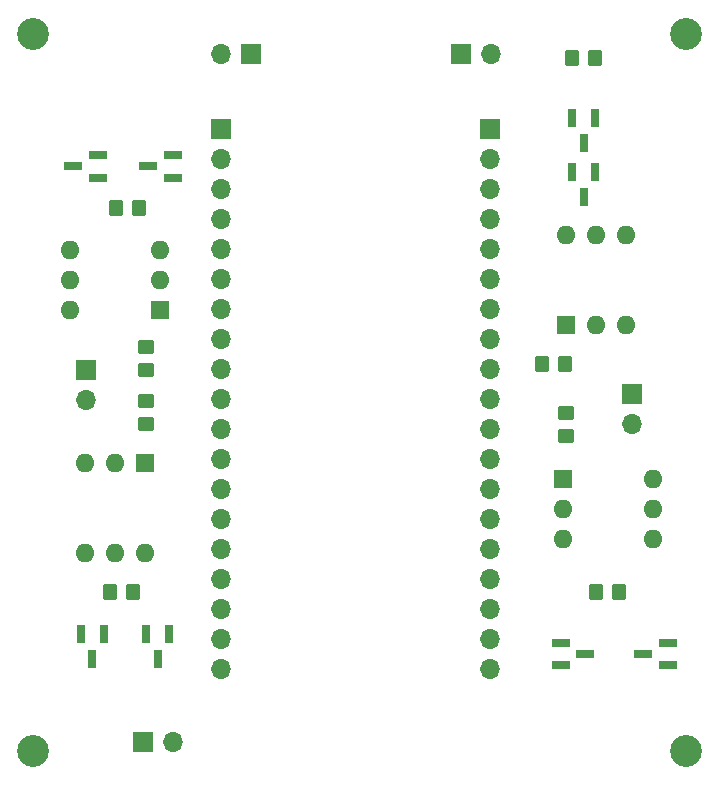
<source format=gts>
G04 #@! TF.GenerationSoftware,KiCad,Pcbnew,(6.0.2)*
G04 #@! TF.CreationDate,2022-12-04T09:30:56-08:00*
G04 #@! TF.ProjectId,robot_pcb,726f626f-745f-4706-9362-2e6b69636164,rev?*
G04 #@! TF.SameCoordinates,Original*
G04 #@! TF.FileFunction,Soldermask,Top*
G04 #@! TF.FilePolarity,Negative*
%FSLAX46Y46*%
G04 Gerber Fmt 4.6, Leading zero omitted, Abs format (unit mm)*
G04 Created by KiCad (PCBNEW (6.0.2)) date 2022-12-04 09:30:56*
%MOMM*%
%LPD*%
G01*
G04 APERTURE LIST*
G04 Aperture macros list*
%AMRoundRect*
0 Rectangle with rounded corners*
0 $1 Rounding radius*
0 $2 $3 $4 $5 $6 $7 $8 $9 X,Y pos of 4 corners*
0 Add a 4 corners polygon primitive as box body*
4,1,4,$2,$3,$4,$5,$6,$7,$8,$9,$2,$3,0*
0 Add four circle primitives for the rounded corners*
1,1,$1+$1,$2,$3*
1,1,$1+$1,$4,$5*
1,1,$1+$1,$6,$7*
1,1,$1+$1,$8,$9*
0 Add four rect primitives between the rounded corners*
20,1,$1+$1,$2,$3,$4,$5,0*
20,1,$1+$1,$4,$5,$6,$7,0*
20,1,$1+$1,$6,$7,$8,$9,0*
20,1,$1+$1,$8,$9,$2,$3,0*%
G04 Aperture macros list end*
%ADD10R,1.700000X1.700000*%
%ADD11O,1.700000X1.700000*%
%ADD12RoundRect,0.070000X-0.300000X0.650000X-0.300000X-0.650000X0.300000X-0.650000X0.300000X0.650000X0*%
%ADD13RoundRect,0.070000X0.650000X0.300000X-0.650000X0.300000X-0.650000X-0.300000X0.650000X-0.300000X0*%
%ADD14C,2.700000*%
%ADD15RoundRect,0.250000X0.350000X0.450000X-0.350000X0.450000X-0.350000X-0.450000X0.350000X-0.450000X0*%
%ADD16R,1.600000X1.600000*%
%ADD17O,1.600000X1.600000*%
%ADD18RoundRect,0.070000X-0.650000X-0.300000X0.650000X-0.300000X0.650000X0.300000X-0.650000X0.300000X0*%
%ADD19RoundRect,0.250000X-0.350000X-0.450000X0.350000X-0.450000X0.350000X0.450000X-0.350000X0.450000X0*%
%ADD20RoundRect,0.250000X0.450000X-0.350000X0.450000X0.350000X-0.450000X0.350000X-0.450000X-0.350000X0*%
%ADD21RoundRect,0.250000X-0.450000X0.350000X-0.450000X-0.350000X0.450000X-0.350000X0.450000X0.350000X0*%
G04 APERTURE END LIST*
D10*
X106421000Y-107188000D03*
D11*
X108961000Y-107188000D03*
D12*
X108646000Y-98044000D03*
X106746000Y-98044000D03*
X107696000Y-100144000D03*
D13*
X109000000Y-59370000D03*
X109000000Y-57470000D03*
X106900000Y-58420000D03*
D10*
X113030000Y-55255000D03*
D11*
X113030000Y-57795000D03*
X113030000Y-60335000D03*
X113030000Y-62875000D03*
X113030000Y-65415000D03*
X113030000Y-67955000D03*
X113030000Y-70495000D03*
X113030000Y-73035000D03*
X113030000Y-75575000D03*
X113030000Y-78115000D03*
X113030000Y-80655000D03*
X113030000Y-83195000D03*
X113030000Y-85735000D03*
X113030000Y-88275000D03*
X113030000Y-90815000D03*
X113030000Y-93355000D03*
X113030000Y-95895000D03*
X113030000Y-98435000D03*
X113030000Y-100975000D03*
D12*
X103124000Y-98044000D03*
X101224000Y-98044000D03*
X102174000Y-100144000D03*
D14*
X97155000Y-47244000D03*
D12*
X144714000Y-58894000D03*
X142814000Y-58894000D03*
X143764000Y-60994000D03*
D10*
X115570000Y-48895000D03*
D11*
X113030000Y-48895000D03*
D15*
X142208000Y-75184000D03*
X140208000Y-75184000D03*
D13*
X150910000Y-100645000D03*
X150910000Y-98745000D03*
X148810000Y-99695000D03*
D16*
X142255000Y-71872000D03*
D17*
X144795000Y-71872000D03*
X147335000Y-71872000D03*
X147335000Y-64252000D03*
X144795000Y-64252000D03*
X142255000Y-64252000D03*
D18*
X141825000Y-98745000D03*
X141825000Y-100645000D03*
X143925000Y-99695000D03*
D19*
X103648000Y-94488000D03*
X105648000Y-94488000D03*
D10*
X135830000Y-55245000D03*
D11*
X135830000Y-57785000D03*
X135830000Y-60325000D03*
X135830000Y-62865000D03*
X135830000Y-65405000D03*
X135830000Y-67945000D03*
X135830000Y-70485000D03*
X135830000Y-73025000D03*
X135830000Y-75565000D03*
X135830000Y-78105000D03*
X135830000Y-80645000D03*
X135830000Y-83185000D03*
X135830000Y-85725000D03*
X135830000Y-88265000D03*
X135830000Y-90805000D03*
X135830000Y-93345000D03*
X135830000Y-95885000D03*
X135830000Y-98425000D03*
X135830000Y-100965000D03*
D20*
X142240000Y-81264000D03*
X142240000Y-79264000D03*
D13*
X102650000Y-59370000D03*
X102650000Y-57470000D03*
X100550000Y-58420000D03*
D14*
X152400000Y-47244000D03*
D21*
X106680000Y-73676000D03*
X106680000Y-75676000D03*
D16*
X107940000Y-70597000D03*
D17*
X107940000Y-68057000D03*
X107940000Y-65517000D03*
X100320000Y-65517000D03*
X100320000Y-68057000D03*
X100320000Y-70597000D03*
D14*
X97155000Y-107950000D03*
D12*
X144714000Y-54322000D03*
X142814000Y-54322000D03*
X143764000Y-56422000D03*
D16*
X141996000Y-84851000D03*
D17*
X141996000Y-87391000D03*
X141996000Y-89931000D03*
X149616000Y-89931000D03*
X149616000Y-87391000D03*
X149616000Y-84851000D03*
D15*
X144764000Y-49276000D03*
X142764000Y-49276000D03*
D10*
X133350000Y-48895000D03*
D11*
X135890000Y-48895000D03*
D14*
X152400000Y-107950000D03*
D10*
X101600000Y-75692000D03*
D11*
X101600000Y-78232000D03*
D10*
X147828000Y-77724000D03*
D11*
X147828000Y-80264000D03*
D19*
X104156000Y-61976000D03*
X106156000Y-61976000D03*
X144796000Y-94488000D03*
X146796000Y-94488000D03*
D16*
X106665000Y-83576000D03*
D17*
X104125000Y-83576000D03*
X101585000Y-83576000D03*
X101585000Y-91196000D03*
X104125000Y-91196000D03*
X106665000Y-91196000D03*
D20*
X106680000Y-80248000D03*
X106680000Y-78248000D03*
M02*

</source>
